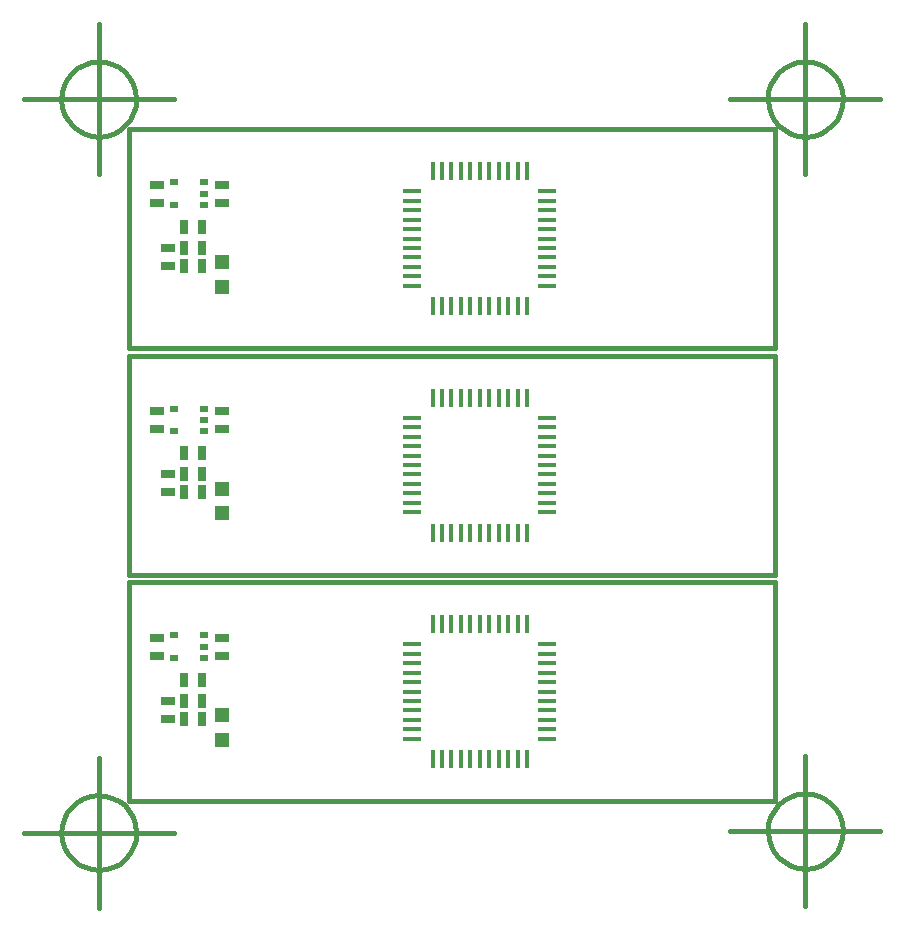
<source format=gtp>
G04 (created by PCBNEW-RS274X (2010-03-14)-final) date dom 30 oct 2011 23:58:25 ART*
G01*
G70*
G90*
%MOIN*%
G04 Gerber Fmt 3.4, Leading zero omitted, Abs format*
%FSLAX34Y34*%
G04 APERTURE LIST*
%ADD10C,0.000000*%
%ADD11C,0.015000*%
%ADD12R,0.016000X0.060000*%
%ADD13R,0.060000X0.016000*%
%ADD14R,0.030000X0.020000*%
%ADD15R,0.045000X0.025000*%
%ADD16R,0.025000X0.045000*%
%ADD17R,0.047200X0.047200*%
G04 APERTURE END LIST*
G54D10*
G54D11*
X79150Y-29750D02*
X79126Y-29992D01*
X79055Y-30226D01*
X78941Y-30441D01*
X78786Y-30630D01*
X78598Y-30786D01*
X78384Y-30902D01*
X78151Y-30974D01*
X77908Y-30999D01*
X77666Y-30977D01*
X77432Y-30908D01*
X77216Y-30795D01*
X77026Y-30643D01*
X76869Y-30456D01*
X76752Y-30242D01*
X76678Y-30009D01*
X76651Y-29767D01*
X76671Y-29525D01*
X76738Y-29290D01*
X76850Y-29073D01*
X77001Y-28882D01*
X77187Y-28724D01*
X77400Y-28605D01*
X77632Y-28530D01*
X77874Y-28501D01*
X78117Y-28519D01*
X78352Y-28585D01*
X78569Y-28695D01*
X78762Y-28845D01*
X78921Y-29030D01*
X79041Y-29242D01*
X79118Y-29474D01*
X79149Y-29716D01*
X79150Y-29750D01*
X75400Y-29750D02*
X80400Y-29750D01*
X77900Y-27250D02*
X77900Y-32250D01*
X79150Y-54150D02*
X79126Y-54392D01*
X79055Y-54626D01*
X78941Y-54841D01*
X78786Y-55030D01*
X78598Y-55186D01*
X78384Y-55302D01*
X78151Y-55374D01*
X77908Y-55399D01*
X77666Y-55377D01*
X77432Y-55308D01*
X77216Y-55195D01*
X77026Y-55043D01*
X76869Y-54856D01*
X76752Y-54642D01*
X76678Y-54409D01*
X76651Y-54167D01*
X76671Y-53925D01*
X76738Y-53690D01*
X76850Y-53473D01*
X77001Y-53282D01*
X77187Y-53124D01*
X77400Y-53005D01*
X77632Y-52930D01*
X77874Y-52901D01*
X78117Y-52919D01*
X78352Y-52985D01*
X78569Y-53095D01*
X78762Y-53245D01*
X78921Y-53430D01*
X79041Y-53642D01*
X79118Y-53874D01*
X79149Y-54116D01*
X79150Y-54150D01*
X75400Y-54150D02*
X80400Y-54150D01*
X77900Y-51650D02*
X77900Y-56650D01*
X55600Y-54200D02*
X55576Y-54442D01*
X55505Y-54676D01*
X55391Y-54891D01*
X55236Y-55080D01*
X55048Y-55236D01*
X54834Y-55352D01*
X54601Y-55424D01*
X54358Y-55449D01*
X54116Y-55427D01*
X53882Y-55358D01*
X53666Y-55245D01*
X53476Y-55093D01*
X53319Y-54906D01*
X53202Y-54692D01*
X53128Y-54459D01*
X53101Y-54217D01*
X53121Y-53975D01*
X53188Y-53740D01*
X53300Y-53523D01*
X53451Y-53332D01*
X53637Y-53174D01*
X53850Y-53055D01*
X54082Y-52980D01*
X54324Y-52951D01*
X54567Y-52969D01*
X54802Y-53035D01*
X55019Y-53145D01*
X55212Y-53295D01*
X55371Y-53480D01*
X55491Y-53692D01*
X55568Y-53924D01*
X55599Y-54166D01*
X55600Y-54200D01*
X51850Y-54200D02*
X56850Y-54200D01*
X54350Y-51700D02*
X54350Y-56700D01*
X55600Y-29750D02*
X55576Y-29992D01*
X55505Y-30226D01*
X55391Y-30441D01*
X55236Y-30630D01*
X55048Y-30786D01*
X54834Y-30902D01*
X54601Y-30974D01*
X54358Y-30999D01*
X54116Y-30977D01*
X53882Y-30908D01*
X53666Y-30795D01*
X53476Y-30643D01*
X53319Y-30456D01*
X53202Y-30242D01*
X53128Y-30009D01*
X53101Y-29767D01*
X53121Y-29525D01*
X53188Y-29290D01*
X53300Y-29073D01*
X53451Y-28882D01*
X53637Y-28724D01*
X53850Y-28605D01*
X54082Y-28530D01*
X54324Y-28501D01*
X54567Y-28519D01*
X54802Y-28585D01*
X55019Y-28695D01*
X55212Y-28845D01*
X55371Y-29030D01*
X55491Y-29242D01*
X55568Y-29474D01*
X55599Y-29716D01*
X55600Y-29750D01*
X51850Y-29750D02*
X56850Y-29750D01*
X54350Y-27250D02*
X54350Y-32250D01*
X76900Y-45850D02*
X76900Y-53150D01*
X76900Y-53150D02*
X55350Y-53150D01*
X55350Y-53150D02*
X55350Y-45850D01*
X55350Y-45850D02*
X76900Y-45850D01*
X55350Y-38300D02*
X76900Y-38300D01*
X55350Y-45600D02*
X55350Y-38300D01*
X76900Y-45600D02*
X55350Y-45600D01*
X76900Y-38300D02*
X76900Y-45600D01*
X55350Y-30750D02*
X76900Y-30750D01*
X55350Y-38050D02*
X55350Y-30750D01*
X76900Y-38050D02*
X55350Y-38050D01*
X76900Y-30750D02*
X76900Y-38050D01*
G54D12*
X67050Y-51750D03*
X67365Y-51750D03*
X67680Y-51750D03*
X67995Y-51750D03*
X68310Y-51750D03*
X68625Y-51750D03*
X66735Y-51750D03*
X66420Y-51750D03*
X66105Y-51750D03*
X65790Y-51750D03*
X65475Y-51750D03*
X67050Y-47250D03*
X67365Y-47250D03*
X67680Y-47250D03*
X67995Y-47250D03*
X68310Y-47250D03*
X68625Y-47250D03*
X66735Y-47250D03*
X66420Y-47250D03*
X66105Y-47250D03*
X65790Y-47250D03*
X65475Y-47250D03*
G54D13*
X69300Y-49500D03*
X64800Y-49500D03*
X69300Y-49185D03*
X64800Y-49185D03*
X64800Y-48870D03*
X69300Y-48870D03*
X69300Y-48555D03*
X64800Y-48555D03*
X64800Y-48240D03*
X69300Y-48240D03*
X69300Y-47925D03*
X64800Y-47925D03*
X64800Y-49815D03*
X69300Y-49815D03*
X69300Y-50130D03*
X64800Y-50130D03*
X64800Y-50445D03*
X69300Y-50445D03*
X69300Y-50760D03*
X64800Y-50760D03*
X64800Y-51075D03*
X69300Y-51075D03*
G54D14*
X57850Y-48375D03*
X57850Y-47625D03*
X56850Y-48375D03*
X57850Y-48000D03*
X56850Y-47625D03*
G54D15*
X58450Y-48300D03*
X58450Y-47700D03*
X56300Y-48300D03*
X56300Y-47700D03*
G54D16*
X57200Y-49100D03*
X57800Y-49100D03*
X57200Y-50400D03*
X57800Y-50400D03*
X57800Y-49800D03*
X57200Y-49800D03*
G54D15*
X56650Y-50400D03*
X56650Y-49800D03*
G54D17*
X58450Y-51113D03*
X58450Y-50287D03*
X58450Y-43563D03*
X58450Y-42737D03*
G54D15*
X56650Y-42850D03*
X56650Y-42250D03*
G54D16*
X57800Y-42250D03*
X57200Y-42250D03*
X57200Y-42850D03*
X57800Y-42850D03*
X57200Y-41550D03*
X57800Y-41550D03*
G54D15*
X56300Y-40750D03*
X56300Y-40150D03*
X58450Y-40750D03*
X58450Y-40150D03*
G54D14*
X57850Y-40825D03*
X57850Y-40075D03*
X56850Y-40825D03*
X57850Y-40450D03*
X56850Y-40075D03*
G54D12*
X67050Y-44200D03*
X67365Y-44200D03*
X67680Y-44200D03*
X67995Y-44200D03*
X68310Y-44200D03*
X68625Y-44200D03*
X66735Y-44200D03*
X66420Y-44200D03*
X66105Y-44200D03*
X65790Y-44200D03*
X65475Y-44200D03*
X67050Y-39700D03*
X67365Y-39700D03*
X67680Y-39700D03*
X67995Y-39700D03*
X68310Y-39700D03*
X68625Y-39700D03*
X66735Y-39700D03*
X66420Y-39700D03*
X66105Y-39700D03*
X65790Y-39700D03*
X65475Y-39700D03*
G54D13*
X69300Y-41950D03*
X64800Y-41950D03*
X69300Y-41635D03*
X64800Y-41635D03*
X64800Y-41320D03*
X69300Y-41320D03*
X69300Y-41005D03*
X64800Y-41005D03*
X64800Y-40690D03*
X69300Y-40690D03*
X69300Y-40375D03*
X64800Y-40375D03*
X64800Y-42265D03*
X69300Y-42265D03*
X69300Y-42580D03*
X64800Y-42580D03*
X64800Y-42895D03*
X69300Y-42895D03*
X69300Y-43210D03*
X64800Y-43210D03*
X64800Y-43525D03*
X69300Y-43525D03*
G54D17*
X58450Y-36013D03*
X58450Y-35187D03*
G54D15*
X56650Y-35300D03*
X56650Y-34700D03*
G54D16*
X57800Y-34700D03*
X57200Y-34700D03*
X57200Y-35300D03*
X57800Y-35300D03*
X57200Y-34000D03*
X57800Y-34000D03*
G54D15*
X56300Y-33200D03*
X56300Y-32600D03*
X58450Y-33200D03*
X58450Y-32600D03*
G54D14*
X57850Y-33275D03*
X57850Y-32525D03*
X56850Y-33275D03*
X57850Y-32900D03*
X56850Y-32525D03*
G54D12*
X67050Y-36650D03*
X67365Y-36650D03*
X67680Y-36650D03*
X67995Y-36650D03*
X68310Y-36650D03*
X68625Y-36650D03*
X66735Y-36650D03*
X66420Y-36650D03*
X66105Y-36650D03*
X65790Y-36650D03*
X65475Y-36650D03*
X67050Y-32150D03*
X67365Y-32150D03*
X67680Y-32150D03*
X67995Y-32150D03*
X68310Y-32150D03*
X68625Y-32150D03*
X66735Y-32150D03*
X66420Y-32150D03*
X66105Y-32150D03*
X65790Y-32150D03*
X65475Y-32150D03*
G54D13*
X69300Y-34400D03*
X64800Y-34400D03*
X69300Y-34085D03*
X64800Y-34085D03*
X64800Y-33770D03*
X69300Y-33770D03*
X69300Y-33455D03*
X64800Y-33455D03*
X64800Y-33140D03*
X69300Y-33140D03*
X69300Y-32825D03*
X64800Y-32825D03*
X64800Y-34715D03*
X69300Y-34715D03*
X69300Y-35030D03*
X64800Y-35030D03*
X64800Y-35345D03*
X69300Y-35345D03*
X69300Y-35660D03*
X64800Y-35660D03*
X64800Y-35975D03*
X69300Y-35975D03*
M02*

</source>
